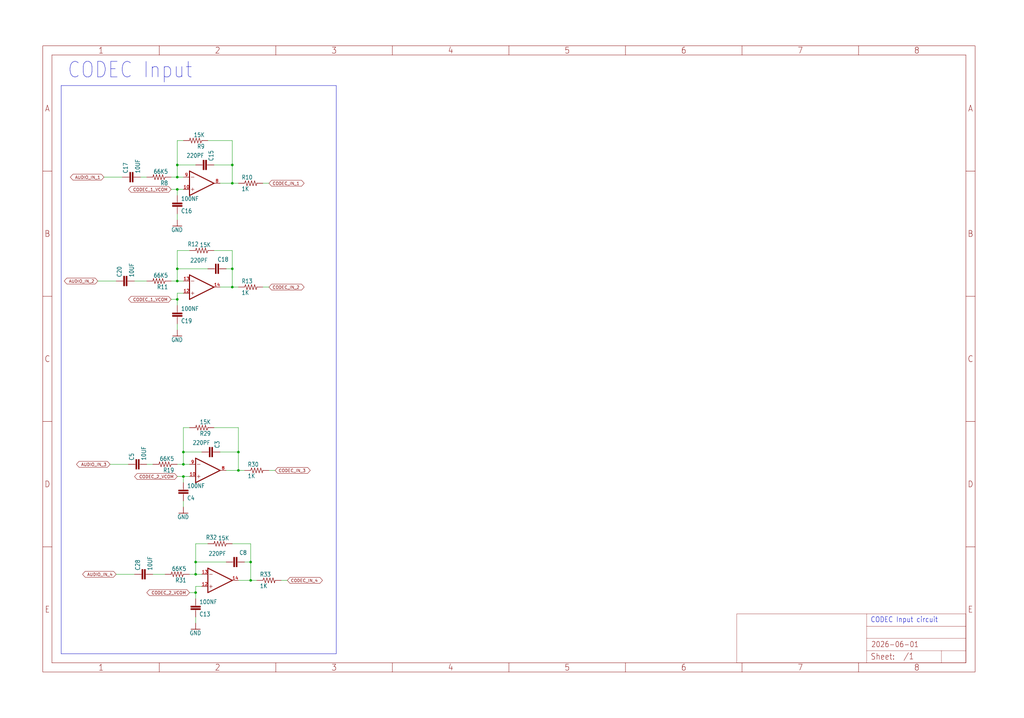
<source format=kicad_sch>
(kicad_sch (version 20230121) (generator eeschema)
  (paper "User" 425.45 298.602)
  (lib_symbols
    (symbol "ES_Daisy_Seed2_DFM_EVAL_EURO_Rev2-eagle-import:A3L-LOC"
      (symbol "A3L-LOC_1_0"
        (polyline (pts (xy 0 52.07) (xy 3.81 52.07)))
        (polyline (pts (xy 0 104.14) (xy 3.81 104.14)))
        (polyline (pts (xy 0 156.21) (xy 3.81 156.21)))
        (polyline (pts (xy 0 208.28) (xy 3.81 208.28)))
        (polyline (pts (xy 3.81 3.81) (xy 3.81 256.54)))
        (polyline (pts (xy 48.4188 0) (xy 48.4188 3.81)))
        (polyline (pts (xy 48.4188 256.54) (xy 48.4188 260.35)))
        (polyline (pts (xy 96.8375 0) (xy 96.8375 3.81)))
        (polyline (pts (xy 96.8375 256.54) (xy 96.8375 260.35)))
        (polyline (pts (xy 145.2563 0) (xy 145.2563 3.81)))
        (polyline (pts (xy 145.2563 256.54) (xy 145.2563 260.35)))
        (polyline (pts (xy 193.675 0) (xy 193.675 3.81)))
        (polyline (pts (xy 193.675 256.54) (xy 193.675 260.35)))
        (polyline (pts (xy 242.0938 0) (xy 242.0938 3.81)))
        (polyline (pts (xy 242.0938 256.54) (xy 242.0938 260.35)))
        (polyline (pts (xy 288.29 3.81) (xy 288.29 24.13)) (stroke (width 0.1016)))
        (polyline (pts (xy 288.29 3.81) (xy 342.265 3.81)) (stroke (width 0.1016)))
        (polyline (pts (xy 288.29 24.13) (xy 342.265 24.13)) (stroke (width 0.1016)))
        (polyline (pts (xy 290.5125 0) (xy 290.5125 3.81)))
        (polyline (pts (xy 290.5125 256.54) (xy 290.5125 260.35)))
        (polyline (pts (xy 338.9313 0) (xy 338.9313 3.81)))
        (polyline (pts (xy 338.9313 256.54) (xy 338.9313 260.35)))
        (polyline (pts (xy 342.265 3.81) (xy 373.38 3.81)) (stroke (width 0.1016)))
        (polyline (pts (xy 342.265 8.89) (xy 342.265 3.81)) (stroke (width 0.1016)))
        (polyline (pts (xy 342.265 8.89) (xy 342.265 13.97)) (stroke (width 0.1016)))
        (polyline (pts (xy 342.265 13.97) (xy 342.265 19.05)) (stroke (width 0.1016)))
        (polyline (pts (xy 342.265 13.97) (xy 383.54 13.97)) (stroke (width 0.1016)))
        (polyline (pts (xy 342.265 19.05) (xy 342.265 24.13)) (stroke (width 0.1016)))
        (polyline (pts (xy 342.265 19.05) (xy 383.54 19.05)) (stroke (width 0.1016)))
        (polyline (pts (xy 342.265 24.13) (xy 383.54 24.13)) (stroke (width 0.1016)))
        (polyline (pts (xy 373.38 3.81) (xy 373.38 8.89)) (stroke (width 0.1016)))
        (polyline (pts (xy 373.38 3.81) (xy 383.54 3.81)) (stroke (width 0.1016)))
        (polyline (pts (xy 373.38 8.89) (xy 342.265 8.89)) (stroke (width 0.1016)))
        (polyline (pts (xy 373.38 8.89) (xy 383.54 8.89)) (stroke (width 0.1016)))
        (polyline (pts (xy 383.54 3.81) (xy 3.81 3.81)))
        (polyline (pts (xy 383.54 3.81) (xy 383.54 8.89)) (stroke (width 0.1016)))
        (polyline (pts (xy 383.54 3.81) (xy 383.54 256.54)))
        (polyline (pts (xy 383.54 8.89) (xy 383.54 13.97)) (stroke (width 0.1016)))
        (polyline (pts (xy 383.54 13.97) (xy 383.54 19.05)) (stroke (width 0.1016)))
        (polyline (pts (xy 383.54 19.05) (xy 383.54 24.13)) (stroke (width 0.1016)))
        (polyline (pts (xy 383.54 52.07) (xy 387.35 52.07)))
        (polyline (pts (xy 383.54 104.14) (xy 387.35 104.14)))
        (polyline (pts (xy 383.54 156.21) (xy 387.35 156.21)))
        (polyline (pts (xy 383.54 208.28) (xy 387.35 208.28)))
        (polyline (pts (xy 383.54 256.54) (xy 3.81 256.54)))
        (polyline (pts (xy 0 0) (xy 387.35 0) (xy 387.35 260.35) (xy 0 260.35) (xy 0 0)))
        (text "${#}/${##}" (at 357.505 5.08 0) (effects (font (size 2.54 2.159)) (justify left bottom)))
        (text "${CURRENT_DATE}" (at 344.17 10.16 0) (effects (font (size 2.286 1.9431)) (justify left bottom)))
        (text "${PROJECTNAME}" (at 344.17 15.24 0) (effects (font (size 2.54 2.159)) (justify left bottom)))
        (text "1" (at 24.2094 1.905 0) (effects (font (size 2.54 2.286))))
        (text "1" (at 24.2094 258.445 0) (effects (font (size 2.54 2.286))))
        (text "2" (at 72.6281 1.905 0) (effects (font (size 2.54 2.286))))
        (text "2" (at 72.6281 258.445 0) (effects (font (size 2.54 2.286))))
        (text "3" (at 121.0469 1.905 0) (effects (font (size 2.54 2.286))))
        (text "3" (at 121.0469 258.445 0) (effects (font (size 2.54 2.286))))
        (text "4" (at 169.4656 1.905 0) (effects (font (size 2.54 2.286))))
        (text "4" (at 169.4656 258.445 0) (effects (font (size 2.54 2.286))))
        (text "5" (at 217.8844 1.905 0) (effects (font (size 2.54 2.286))))
        (text "5" (at 217.8844 258.445 0) (effects (font (size 2.54 2.286))))
        (text "6" (at 266.3031 1.905 0) (effects (font (size 2.54 2.286))))
        (text "6" (at 266.3031 258.445 0) (effects (font (size 2.54 2.286))))
        (text "7" (at 314.7219 1.905 0) (effects (font (size 2.54 2.286))))
        (text "7" (at 314.7219 258.445 0) (effects (font (size 2.54 2.286))))
        (text "8" (at 363.1406 1.905 0) (effects (font (size 2.54 2.286))))
        (text "8" (at 363.1406 258.445 0) (effects (font (size 2.54 2.286))))
        (text "A" (at 1.905 234.315 0) (effects (font (size 2.54 2.286))))
        (text "A" (at 385.445 234.315 0) (effects (font (size 2.54 2.286))))
        (text "B" (at 1.905 182.245 0) (effects (font (size 2.54 2.286))))
        (text "B" (at 385.445 182.245 0) (effects (font (size 2.54 2.286))))
        (text "C" (at 1.905 130.175 0) (effects (font (size 2.54 2.286))))
        (text "C" (at 385.445 130.175 0) (effects (font (size 2.54 2.286))))
        (text "D" (at 1.905 78.105 0) (effects (font (size 2.54 2.286))))
        (text "D" (at 385.445 78.105 0) (effects (font (size 2.54 2.286))))
        (text "E" (at 1.905 26.035 0) (effects (font (size 2.54 2.286))))
        (text "E" (at 385.445 26.035 0) (effects (font (size 2.54 2.286))))
        (text "Sheet:" (at 343.916 4.953 0) (effects (font (size 2.54 2.159)) (justify left bottom)))
      )
    )
    (symbol "ES_Daisy_Seed2_DFM_EVAL_EURO_Rev2-eagle-import:Electrosmith-Passives_C-EUC0402"
      (property "Reference" "C" (at 1.524 0.381 0))
      (symbol "Electrosmith-Passives_C-EUC0402_1_0"
        (rectangle (start -2.032 -2.032) (end 2.032 -1.524) (fill (type outline)))
        (rectangle (start -2.032 -1.016) (end 2.032 -0.508) (fill (type outline)))
        (polyline (pts (xy 0 -2.54) (xy 0 -2.032)) (stroke (width 0.1524)))
        (polyline (pts (xy 0 0) (xy 0 -0.508)) (stroke (width 0.1524)))
        (pin passive line (at 0 2.54 270) (length 2.54) (name "1") (number "1"))
        (pin passive line (at 0 -5.08 90) (length 2.54) (name "2") (number "2"))
      )
    )
    (symbol "ES_Daisy_Seed2_DFM_EVAL_EURO_Rev2-eagle-import:Electrosmith-Passives_C-EUC0603"
      (property "Reference" "C" (at 1.524 0.381 0))
      (symbol "Electrosmith-Passives_C-EUC0603_1_0"
        (rectangle (start -2.032 -2.032) (end 2.032 -1.524) (fill (type outline)))
        (rectangle (start -2.032 -1.016) (end 2.032 -0.508) (fill (type outline)))
        (polyline (pts (xy 0 -2.54) (xy 0 -2.032)) (stroke (width 0.1524)))
        (polyline (pts (xy 0 0) (xy 0 -0.508)) (stroke (width 0.1524)))
        (pin passive line (at 0 2.54 270) (length 2.54) (name "1") (number "1"))
        (pin passive line (at 0 -5.08 90) (length 2.54) (name "2") (number "2"))
      )
    )
    (symbol "ES_Daisy_Seed2_DFM_EVAL_EURO_Rev2-eagle-import:Electrosmith-Passives_C-EUC0805"
      (property "Reference" "C" (at 1.524 0.381 0))
      (symbol "Electrosmith-Passives_C-EUC0805_1_0"
        (rectangle (start -2.032 -2.032) (end 2.032 -1.524) (fill (type outline)))
        (rectangle (start -2.032 -1.016) (end 2.032 -0.508) (fill (type outline)))
        (polyline (pts (xy 0 -2.54) (xy 0 -2.032)) (stroke (width 0.1524)))
        (polyline (pts (xy 0 0) (xy 0 -0.508)) (stroke (width 0.1524)))
        (pin passive line (at 0 2.54 270) (length 2.54) (name "1") (number "1"))
        (pin passive line (at 0 -5.08 90) (length 2.54) (name "2") (number "2"))
      )
    )
    (symbol "ES_Daisy_Seed2_DFM_EVAL_EURO_Rev2-eagle-import:GND" (power)
      (property "Value" "GND" (at -2.54 -2.54 0))
      (symbol "GND_1_0"
        (polyline (pts (xy -1.905 0) (xy 1.905 0)) (stroke (width 0.254)))
        (pin power_in line (at 0 2.54 270) (length 2.54) (name "GND") (number "1"))
      )
    )
    (symbol "ES_Daisy_Seed2_DFM_EVAL_EURO_Rev2-eagle-import:R-US_R0402"
      (property "Reference" "R" (at -3.81 1.4986 0))
      (symbol "R-US_R0402_1_0"
        (polyline (pts (xy -2.54 0) (xy -2.159 1.016)) (stroke (width 0.2032)))
        (polyline (pts (xy -2.159 1.016) (xy -1.524 -1.016)) (stroke (width 0.2032)))
        (polyline (pts (xy -1.524 -1.016) (xy -0.889 1.016)) (stroke (width 0.2032)))
        (polyline (pts (xy -0.889 1.016) (xy -0.254 -1.016)) (stroke (width 0.2032)))
        (polyline (pts (xy -0.254 -1.016) (xy 0.381 1.016)) (stroke (width 0.2032)))
        (polyline (pts (xy 0.381 1.016) (xy 1.016 -1.016)) (stroke (width 0.2032)))
        (polyline (pts (xy 1.016 -1.016) (xy 1.651 1.016)) (stroke (width 0.2032)))
        (polyline (pts (xy 1.651 1.016) (xy 2.286 -1.016)) (stroke (width 0.2032)))
        (polyline (pts (xy 2.286 -1.016) (xy 2.54 0)) (stroke (width 0.2032)))
        (pin passive line (at -5.08 0 0) (length 2.54) (name "1") (number "1"))
        (pin passive line (at 5.08 0 180) (length 2.54) (name "2") (number "2"))
      )
    )
    (symbol "ES_Daisy_Seed2_DFM_EVAL_EURO_Rev2-eagle-import:R-US_R0603"
      (property "Reference" "R" (at -3.81 1.4986 0))
      (symbol "R-US_R0603_1_0"
        (polyline (pts (xy -2.54 0) (xy -2.159 1.016)) (stroke (width 0.2032)))
        (polyline (pts (xy -2.159 1.016) (xy -1.524 -1.016)) (stroke (width 0.2032)))
        (polyline (pts (xy -1.524 -1.016) (xy -0.889 1.016)) (stroke (width 0.2032)))
        (polyline (pts (xy -0.889 1.016) (xy -0.254 -1.016)) (stroke (width 0.2032)))
        (polyline (pts (xy -0.254 -1.016) (xy 0.381 1.016)) (stroke (width 0.2032)))
        (polyline (pts (xy 0.381 1.016) (xy 1.016 -1.016)) (stroke (width 0.2032)))
        (polyline (pts (xy 1.016 -1.016) (xy 1.651 1.016)) (stroke (width 0.2032)))
        (polyline (pts (xy 1.651 1.016) (xy 2.286 -1.016)) (stroke (width 0.2032)))
        (polyline (pts (xy 2.286 -1.016) (xy 2.54 0)) (stroke (width 0.2032)))
        (pin passive line (at -5.08 0 0) (length 2.54) (name "1") (number "1"))
        (pin passive line (at 5.08 0 180) (length 2.54) (name "2") (number "2"))
      )
    )
    (symbol "ES_Daisy_Seed2_DFM_EVAL_EURO_Rev2-eagle-import:TL074_TSSOP-14"
      (symbol "TL074_TSSOP-14_1_0"
        (polyline (pts (xy -5.08 -5.08) (xy 5.08 0)) (stroke (width 0.4064)))
        (polyline (pts (xy -5.08 5.08) (xy -5.08 -5.08)) (stroke (width 0.4064)))
        (polyline (pts (xy -4.445 -2.54) (xy -3.175 -2.54)) (stroke (width 0.1524)))
        (polyline (pts (xy -4.445 2.54) (xy -3.175 2.54)) (stroke (width 0.1524)))
        (polyline (pts (xy -3.81 3.175) (xy -3.81 1.905)) (stroke (width 0.1524)))
        (polyline (pts (xy 5.08 0) (xy -5.08 5.08)) (stroke (width 0.4064)))
        (pin output line (at 7.62 0 180) (length 2.54) (name "OUT") (number "1"))
        (pin input line (at -7.62 -2.54 0) (length 2.54) (name "-IN") (number "2"))
        (pin input line (at -7.62 2.54 0) (length 2.54) (name "+IN") (number "3"))
      )
      (symbol "TL074_TSSOP-14_2_0"
        (polyline (pts (xy -5.08 -5.08) (xy 5.08 0)) (stroke (width 0.4064)))
        (polyline (pts (xy -5.08 5.08) (xy -5.08 -5.08)) (stroke (width 0.4064)))
        (polyline (pts (xy -4.445 -2.54) (xy -3.175 -2.54)) (stroke (width 0.1524)))
        (polyline (pts (xy -4.445 2.54) (xy -3.175 2.54)) (stroke (width 0.1524)))
        (polyline (pts (xy -3.81 3.175) (xy -3.81 1.905)) (stroke (width 0.1524)))
        (polyline (pts (xy 5.08 0) (xy -5.08 5.08)) (stroke (width 0.4064)))
        (pin input line (at -7.62 2.54 0) (length 2.54) (name "+IN") (number "5"))
        (pin input line (at -7.62 -2.54 0) (length 2.54) (name "-IN") (number "6"))
        (pin output line (at 7.62 0 180) (length 2.54) (name "OUT") (number "7"))
      )
      (symbol "TL074_TSSOP-14_3_0"
        (polyline (pts (xy -5.08 -5.08) (xy 5.08 0)) (stroke (width 0.4064)))
        (polyline (pts (xy -5.08 5.08) (xy -5.08 -5.08)) (stroke (width 0.4064)))
        (polyline (pts (xy -4.445 -2.54) (xy -3.175 -2.54)) (stroke (width 0.1524)))
        (polyline (pts (xy -4.445 2.54) (xy -3.175 2.54)) (stroke (width 0.1524)))
        (polyline (pts (xy -3.81 3.175) (xy -3.81 1.905)) (stroke (width 0.1524)))
        (polyline (pts (xy 5.08 0) (xy -5.08 5.08)) (stroke (width 0.4064)))
        (pin input line (at -7.62 2.54 0) (length 2.54) (name "+IN") (number "10"))
        (pin output line (at 7.62 0 180) (length 2.54) (name "OUT") (number "8"))
        (pin input line (at -7.62 -2.54 0) (length 2.54) (name "-IN") (number "9"))
      )
      (symbol "TL074_TSSOP-14_4_0"
        (polyline (pts (xy -5.08 -5.08) (xy 5.08 0)) (stroke (width 0.4064)))
        (polyline (pts (xy -5.08 5.08) (xy -5.08 -5.08)) (stroke (width 0.4064)))
        (polyline (pts (xy -4.445 -2.54) (xy -3.175 -2.54)) (stroke (width 0.1524)))
        (polyline (pts (xy -4.445 2.54) (xy -3.175 2.54)) (stroke (width 0.1524)))
        (polyline (pts (xy -3.81 3.175) (xy -3.81 1.905)) (stroke (width 0.1524)))
        (polyline (pts (xy 5.08 0) (xy -5.08 5.08)) (stroke (width 0.4064)))
        (pin input line (at -7.62 2.54 0) (length 2.54) (name "+IN") (number "12"))
        (pin input line (at -7.62 -2.54 0) (length 2.54) (name "-IN") (number "13"))
        (pin output line (at 7.62 0 180) (length 2.54) (name "OUT") (number "14"))
      )
      (symbol "TL074_TSSOP-14_5_0"
        (text "V+" (at 1.27 3.175 900) (effects (font (size 0.8128 0.6908)) (justify left bottom)))
        (text "V-" (at 1.27 -4.445 900) (effects (font (size 0.8128 0.6908)) (justify left bottom)))
        (pin power_in line (at 0 -7.62 90) (length 5.08) (name "V-") (number "11"))
        (pin power_in line (at 0 7.62 270) (length 5.08) (name "V+") (number "4"))
      )
    )
  )
  (junction (at 104.14 241.3))
  (junction (at 81.28 238.76))
  (junction (at 76.2 187.96))
  (junction (at 76.2 198.12))
  (junction (at 73.66 111.76))
  (junction (at 81.28 233.68))
  (junction (at 73.66 78.74))
  (junction (at 96.52 111.76))
  (junction (at 73.66 73.66))
  (junction (at 81.28 246.38))
  (junction (at 96.52 68.58))
  (junction (at 99.06 195.58))
  (junction (at 73.66 116.84))
  (junction (at 99.06 187.96))
  (junction (at 104.14 233.68))
  (junction (at 96.52 76.2))
  (junction (at 73.66 68.58))
  (junction (at 73.66 124.46))
  (junction (at 76.2 193.04))
  (junction (at 96.52 119.38))
  (wire (pts (xy 73.66 121.92) (xy 73.66 124.46)) (stroke (width 0.1524)))
  (wire (pts (xy 73.66 78.74) (xy 73.66 81.28)) (stroke (width 0.1524)))
  (wire (pts (xy 76.2 58.42) (xy 73.66 58.42)) (stroke (width 0.1524)))
  (wire (pts (xy 104.14 241.3) (xy 106.68 241.3)) (stroke (width 0.1524)))
  (wire (pts (xy 99.06 241.3) (xy 104.14 241.3)) (stroke (width 0.1524)))
  (wire (pts (xy 81.28 246.38) (xy 78.74 246.38)) (stroke (width 0.1524)))
  (wire (pts (xy 60.96 116.84) (xy 55.88 116.84)) (stroke (width 0.1524)))
  (wire (pts (xy 93.98 233.68) (xy 81.28 233.68)) (stroke (width 0.1524)))
  (wire (pts (xy 73.66 88.9) (xy 73.66 91.44)) (stroke (width 0.1524)))
  (wire (pts (xy 96.52 104.14) (xy 88.9 104.14)) (stroke (width 0.1524)))
  (wire (pts (xy 76.2 198.12) (xy 73.66 198.12)) (stroke (width 0.1524)))
  (wire (pts (xy 73.66 104.14) (xy 73.66 111.76)) (stroke (width 0.1524)))
  (wire (pts (xy 81.28 226.06) (xy 81.28 233.68)) (stroke (width 0.1524)))
  (wire (pts (xy 55.88 238.76) (xy 48.26 238.76)) (stroke (width 0.1524)))
  (wire (pts (xy 93.98 195.58) (xy 99.06 195.58)) (stroke (width 0.1524)))
  (wire (pts (xy 91.44 119.38) (xy 96.52 119.38)) (stroke (width 0.1524)))
  (wire (pts (xy 78.74 198.12) (xy 76.2 198.12)) (stroke (width 0.1524)))
  (wire (pts (xy 60.96 193.04) (xy 63.5 193.04)) (stroke (width 0.1524)))
  (wire (pts (xy 73.66 58.42) (xy 73.66 68.58)) (stroke (width 0.1524)))
  (wire (pts (xy 73.66 124.46) (xy 71.12 124.46)) (stroke (width 0.1524)))
  (wire (pts (xy 81.28 68.58) (xy 73.66 68.58)) (stroke (width 0.1524)))
  (wire (pts (xy 99.06 195.58) (xy 101.6 195.58)) (stroke (width 0.1524)))
  (wire (pts (xy 101.6 233.68) (xy 104.14 233.68)) (stroke (width 0.1524)))
  (wire (pts (xy 71.12 116.84) (xy 73.66 116.84)) (stroke (width 0.1524)))
  (wire (pts (xy 104.14 233.68) (xy 104.14 226.06)) (stroke (width 0.1524)))
  (polyline (pts (xy 25.4 35.56) (xy 25.4 271.78)) (stroke (width 0.1524) (type solid)))
  (wire (pts (xy 68.58 238.76) (xy 63.5 238.76)) (stroke (width 0.1524)))
  (wire (pts (xy 81.28 256.54) (xy 81.28 259.08)) (stroke (width 0.1524)))
  (wire (pts (xy 73.66 78.74) (xy 71.12 78.74)) (stroke (width 0.1524)))
  (wire (pts (xy 83.82 187.96) (xy 76.2 187.96)) (stroke (width 0.1524)))
  (wire (pts (xy 53.34 193.04) (xy 45.72 193.04)) (stroke (width 0.1524)))
  (polyline (pts (xy 25.4 271.78) (xy 139.7 271.78)) (stroke (width 0.1524) (type solid)))
  (wire (pts (xy 96.52 119.38) (xy 99.06 119.38)) (stroke (width 0.1524)))
  (wire (pts (xy 99.06 177.8) (xy 88.9 177.8)) (stroke (width 0.1524)))
  (wire (pts (xy 78.74 104.14) (xy 73.66 104.14)) (stroke (width 0.1524)))
  (wire (pts (xy 96.52 68.58) (xy 96.52 76.2)) (stroke (width 0.1524)))
  (wire (pts (xy 78.74 177.8) (xy 76.2 177.8)) (stroke (width 0.1524)))
  (wire (pts (xy 109.22 119.38) (xy 111.76 119.38)) (stroke (width 0.1524)))
  (wire (pts (xy 96.52 111.76) (xy 96.52 119.38)) (stroke (width 0.1524)))
  (wire (pts (xy 76.2 198.12) (xy 76.2 200.66)) (stroke (width 0.1524)))
  (wire (pts (xy 73.66 73.66) (xy 76.2 73.66)) (stroke (width 0.1524)))
  (wire (pts (xy 48.26 116.84) (xy 40.64 116.84)) (stroke (width 0.1524)))
  (wire (pts (xy 73.66 193.04) (xy 76.2 193.04)) (stroke (width 0.1524)))
  (wire (pts (xy 73.66 124.46) (xy 73.66 127)) (stroke (width 0.1524)))
  (wire (pts (xy 76.2 187.96) (xy 76.2 193.04)) (stroke (width 0.1524)))
  (wire (pts (xy 96.52 68.58) (xy 96.52 58.42)) (stroke (width 0.1524)))
  (wire (pts (xy 81.28 243.84) (xy 81.28 246.38)) (stroke (width 0.1524)))
  (wire (pts (xy 78.74 238.76) (xy 81.28 238.76)) (stroke (width 0.1524)))
  (wire (pts (xy 104.14 233.68) (xy 104.14 241.3)) (stroke (width 0.1524)))
  (wire (pts (xy 76.2 78.74) (xy 73.66 78.74)) (stroke (width 0.1524)))
  (wire (pts (xy 76.2 121.92) (xy 73.66 121.92)) (stroke (width 0.1524)))
  (wire (pts (xy 86.36 111.76) (xy 73.66 111.76)) (stroke (width 0.1524)))
  (wire (pts (xy 76.2 177.8) (xy 76.2 187.96)) (stroke (width 0.1524)))
  (wire (pts (xy 86.36 226.06) (xy 81.28 226.06)) (stroke (width 0.1524)))
  (wire (pts (xy 76.2 208.28) (xy 76.2 210.82)) (stroke (width 0.1524)))
  (wire (pts (xy 91.44 76.2) (xy 96.52 76.2)) (stroke (width 0.1524)))
  (wire (pts (xy 50.8 73.66) (xy 43.18 73.66)) (stroke (width 0.1524)))
  (wire (pts (xy 111.76 195.58) (xy 114.3 195.58)) (stroke (width 0.1524)))
  (wire (pts (xy 96.52 58.42) (xy 86.36 58.42)) (stroke (width 0.1524)))
  (wire (pts (xy 71.12 73.66) (xy 73.66 73.66)) (stroke (width 0.1524)))
  (wire (pts (xy 91.44 187.96) (xy 99.06 187.96)) (stroke (width 0.1524)))
  (wire (pts (xy 76.2 193.04) (xy 78.74 193.04)) (stroke (width 0.1524)))
  (wire (pts (xy 73.66 111.76) (xy 73.66 116.84)) (stroke (width 0.1524)))
  (wire (pts (xy 96.52 76.2) (xy 99.06 76.2)) (stroke (width 0.1524)))
  (wire (pts (xy 58.42 73.66) (xy 60.96 73.66)) (stroke (width 0.1524)))
  (wire (pts (xy 81.28 238.76) (xy 83.82 238.76)) (stroke (width 0.1524)))
  (wire (pts (xy 83.82 243.84) (xy 81.28 243.84)) (stroke (width 0.1524)))
  (polyline (pts (xy 139.7 35.56) (xy 25.4 35.56)) (stroke (width 0.1524) (type solid)))
  (wire (pts (xy 73.66 116.84) (xy 76.2 116.84)) (stroke (width 0.1524)))
  (wire (pts (xy 99.06 187.96) (xy 99.06 177.8)) (stroke (width 0.1524)))
  (wire (pts (xy 93.98 111.76) (xy 96.52 111.76)) (stroke (width 0.1524)))
  (polyline (pts (xy 139.7 271.78) (xy 139.7 35.56)) (stroke (width 0.1524) (type solid)))
  (wire (pts (xy 81.28 233.68) (xy 81.28 238.76)) (stroke (width 0.1524)))
  (wire (pts (xy 116.84 241.3) (xy 119.38 241.3)) (stroke (width 0.1524)))
  (wire (pts (xy 104.14 226.06) (xy 96.52 226.06)) (stroke (width 0.1524)))
  (wire (pts (xy 81.28 246.38) (xy 81.28 248.92)) (stroke (width 0.1524)))
  (wire (pts (xy 88.9 68.58) (xy 96.52 68.58)) (stroke (width 0.1524)))
  (wire (pts (xy 109.22 76.2) (xy 111.76 76.2)) (stroke (width 0.1524)))
  (wire (pts (xy 73.66 68.58) (xy 73.66 73.66)) (stroke (width 0.1524)))
  (wire (pts (xy 96.52 111.76) (xy 96.52 104.14)) (stroke (width 0.1524)))
  (wire (pts (xy 99.06 187.96) (xy 99.06 195.58)) (stroke (width 0.1524)))
  (wire (pts (xy 73.66 134.62) (xy 73.66 137.16)) (stroke (width 0.1524)))
  (text "CODEC Input" (at 27.94 33.02 0) (effects (font (size 6.4516 5.4838)) (justify left bottom)))
  (text "CODEC Input circuit" (at 361.696 259.08 0) (effects (font (size 2.1844 1.8567)) (justify left bottom)))
  (global_label "CODEC_IN_1" (shape bidirectional) (at 111.76 76.2 0) (effects (font (size 1.2446 1.2446))) (property "Intersheetrefs" "${INTERSHEET_REFS}" (effects hide)))
  (global_label "CODEC_IN_4" (shape bidirectional) (at 119.38 241.3 0) (effects (font (size 1.2446 1.2446))) (property "Intersheetrefs" "${INTERSHEET_REFS}" (effects hide)))
  (global_label "CODEC_1_VCOM" (shape bidirectional) (at 71.12 78.74 180) (effects (font (size 1.2446 1.2446))) (property "Intersheetrefs" "${INTERSHEET_REFS}" (effects hide)))
  (global_label "CODEC_2_VCOM" (shape bidirectional) (at 73.66 198.12 180) (effects (font (size 1.2446 1.2446))) (property "Intersheetrefs" "${INTERSHEET_REFS}" (effects hide)))
  (global_label "AUDIO_IN_2" (shape bidirectional) (at 40.64 116.84 180) (effects (font (size 1.2446 1.2446))) (property "Intersheetrefs" "${INTERSHEET_REFS}" (effects hide)))
  (global_label "CODEC_IN_3" (shape bidirectional) (at 114.3 195.58 0) (effects (font (size 1.2446 1.2446))) (property "Intersheetrefs" "${INTERSHEET_REFS}" (effects hide)))
  (global_label "CODEC_1_VCOM" (shape bidirectional) (at 71.12 124.46 180) (effects (font (size 1.2446 1.2446))) (property "Intersheetrefs" "${INTERSHEET_REFS}" (effects hide)))
  (global_label "AUDIO_IN_3" (shape bidirectional) (at 45.72 193.04 180) (effects (font (size 1.2446 1.2446))) (property "Intersheetrefs" "${INTERSHEET_REFS}" (effects hide)))
  (global_label "CODEC_2_VCOM" (shape bidirectional) (at 78.74 246.38 180) (effects (font (size 1.2446 1.2446))) (property "Intersheetrefs" "${INTERSHEET_REFS}" (effects hide)))
  (global_label "AUDIO_IN_4" (shape bidirectional) (at 48.26 238.76 180) (effects (font (size 1.2446 1.2446))) (property "Intersheetrefs" "${INTERSHEET_REFS}" (effects hide)))
  (global_label "AUDIO_IN_1" (shape bidirectional) (at 43.18 73.66 180) (effects (font (size 1.2446 1.2446))) (property "Intersheetrefs" "${INTERSHEET_REFS}" (effects hide)))
  (global_label "CODEC_IN_2" (shape bidirectional) (at 111.76 119.38 0) (effects (font (size 1.2446 1.2446))) (property "Intersheetrefs" "${INTERSHEET_REFS}" (effects hide)))
  (symbol (lib_id "ES_Daisy_Seed2_DFM_EVAL_EURO_Rev2-eagle-import:Electrosmith-Passives_C-EUC0805") (at 55.88 193.04 90) (mirror x) (unit 1)
    (property "Reference" "C5" (at 53.721 191.516 0) (effects (font (size 1.778 1.5113)) (justify right top)))
    (property "Value" "10UF" (at 58.801 191.516 0) (effects (font (size 1.778 1.5113)) (justify right top)))
    (property "Footprint" "ES_Daisy_Seed2_DFM_EVAL_EURO_Rev2:C0805" (effects hide))
  )
  (symbol (lib_id "ES_Daisy_Seed2_DFM_EVAL_EURO_Rev2-eagle-import:A3L-LOC") (at 17.78 279.4 0) (unit 1)
    (property "Reference" "#FRAME5" (effects hide))
    (property "Value" "A3L-LOC" (effects hide))
  )
  (symbol (lib_id "ES_Daisy_Seed2_DFM_EVAL_EURO_Rev2-eagle-import:R-US_R0402") (at 104.14 76.2 0) (unit 1)
    (property "Reference" "R10" (at 100.33 74.7014 0) (effects (font (size 1.778 1.5113)) (justify left bottom)))
    (property "Value" "1K" (at 100.33 79.502 0) (effects (font (size 1.778 1.5113)) (justify left bottom)))
    (property "Footprint" "ES_Daisy_Seed2_DFM_EVAL_EURO_Rev2:R0402" (effects hide))
  )
  (symbol (lib_id "ES_Daisy_Seed2_DFM_EVAL_EURO_Rev2-eagle-import:Electrosmith-Passives_C-EUC0402") (at 73.66 132.08 0) (mirror x) (unit 1)
    (property "Reference" "C19" (at 75.184 132.461 0) (effects (font (size 1.778 1.5113)) (justify left bottom)))
    (property "Value" "100NF" (at 75.184 127.381 0) (effects (font (size 1.778 1.5113)) (justify left bottom)))
    (property "Footprint" "ES_Daisy_Seed2_DFM_EVAL_EURO_Rev2:C0402" (effects hide))
  )
  (symbol (lib_id "ES_Daisy_Seed2_DFM_EVAL_EURO_Rev2-eagle-import:Electrosmith-Passives_C-EUC0402") (at 81.28 254 0) (mirror x) (unit 1)
    (property "Reference" "C13" (at 82.804 254.381 0) (effects (font (size 1.778 1.5113)) (justify left bottom)))
    (property "Value" "100NF" (at 82.804 249.301 0) (effects (font (size 1.778 1.5113)) (justify left bottom)))
    (property "Footprint" "ES_Daisy_Seed2_DFM_EVAL_EURO_Rev2:C0402" (effects hide))
  )
  (symbol (lib_id "ES_Daisy_Seed2_DFM_EVAL_EURO_Rev2-eagle-import:GND") (at 81.28 261.62 0) (unit 1)
    (property "Reference" "#GND16" (effects hide))
    (property "Value" "GND" (at 78.74 264.16 0) (effects (font (size 1.778 1.5113)) (justify left bottom)))
  )
  (symbol (lib_id "ES_Daisy_Seed2_DFM_EVAL_EURO_Rev2-eagle-import:R-US_R0402") (at 111.76 241.3 0) (unit 1)
    (property "Reference" "R33" (at 107.95 239.8014 0) (effects (font (size 1.778 1.5113)) (justify left bottom)))
    (property "Value" "1K" (at 107.95 244.602 0) (effects (font (size 1.778 1.5113)) (justify left bottom)))
    (property "Footprint" "ES_Daisy_Seed2_DFM_EVAL_EURO_Rev2:R0402" (effects hide))
  )
  (symbol (lib_id "ES_Daisy_Seed2_DFM_EVAL_EURO_Rev2-eagle-import:Electrosmith-Passives_C-EUC0402") (at 73.66 86.36 0) (mirror x) (unit 1)
    (property "Reference" "C16" (at 75.184 86.741 0) (effects (font (size 1.778 1.5113)) (justify left bottom)))
    (property "Value" "100NF" (at 75.184 81.661 0) (effects (font (size 1.778 1.5113)) (justify left bottom)))
    (property "Footprint" "ES_Daisy_Seed2_DFM_EVAL_EURO_Rev2:C0402" (effects hide))
  )
  (symbol (lib_id "ES_Daisy_Seed2_DFM_EVAL_EURO_Rev2-eagle-import:R-US_R0603") (at 68.58 193.04 180) (unit 1)
    (property "Reference" "R19" (at 72.39 194.5386 0) (effects (font (size 1.778 1.5113)) (justify left bottom)))
    (property "Value" "66K5" (at 72.39 189.738 0) (effects (font (size 1.778 1.5113)) (justify left bottom)))
    (property "Footprint" "ES_Daisy_Seed2_DFM_EVAL_EURO_Rev2:R0603" (effects hide))
  )
  (symbol (lib_id "ES_Daisy_Seed2_DFM_EVAL_EURO_Rev2-eagle-import:R-US_R0603") (at 66.04 73.66 180) (unit 1)
    (property "Reference" "R8" (at 69.85 75.1586 0) (effects (font (size 1.778 1.5113)) (justify left bottom)))
    (property "Value" "66K5" (at 69.85 70.358 0) (effects (font (size 1.778 1.5113)) (justify left bottom)))
    (property "Footprint" "ES_Daisy_Seed2_DFM_EVAL_EURO_Rev2:R0603" (effects hide))
  )
  (symbol (lib_id "ES_Daisy_Seed2_DFM_EVAL_EURO_Rev2-eagle-import:TL074_TSSOP-14") (at 83.82 119.38 0) (mirror x) (unit 4)
    (property "Reference" "U3" (effects hide))
    (property "Value" "TL074" (effects hide))
    (property "Footprint" "ES_Daisy_Seed2_DFM_EVAL_EURO_Rev2:TSSOP-14" (effects hide))
  )
  (symbol (lib_id "ES_Daisy_Seed2_DFM_EVAL_EURO_Rev2-eagle-import:R-US_R0603") (at 91.44 226.06 180) (unit 1)
    (property "Reference" "R32" (at 90.17 222.4786 0) (effects (font (size 1.778 1.5113)) (justify left bottom)))
    (property "Value" "15K" (at 95.25 222.758 0) (effects (font (size 1.778 1.5113)) (justify left bottom)))
    (property "Footprint" "ES_Daisy_Seed2_DFM_EVAL_EURO_Rev2:R0603" (effects hide))
  )
  (symbol (lib_id "ES_Daisy_Seed2_DFM_EVAL_EURO_Rev2-eagle-import:Electrosmith-Passives_C-EUC0603") (at 88.9 187.96 270) (mirror x) (unit 1)
    (property "Reference" "C3" (at 89.281 186.436 0) (effects (font (size 1.778 1.5113)) (justify left bottom)))
    (property "Value" "220PF" (at 87.376 185.039 90) (effects (font (size 1.778 1.5113)) (justify right top)))
    (property "Footprint" "ES_Daisy_Seed2_DFM_EVAL_EURO_Rev2:C0603" (effects hide))
  )
  (symbol (lib_id "ES_Daisy_Seed2_DFM_EVAL_EURO_Rev2-eagle-import:Electrosmith-Passives_C-EUC0603") (at 99.06 233.68 270) (mirror x) (unit 1)
    (property "Reference" "C8" (at 102.616 230.759 90) (effects (font (size 1.778 1.5113)) (justify right top)))
    (property "Value" "220PF" (at 93.98 231.14 90) (effects (font (size 1.778 1.5113)) (justify right top)))
    (property "Footprint" "ES_Daisy_Seed2_DFM_EVAL_EURO_Rev2:C0603" (effects hide))
  )
  (symbol (lib_id "ES_Daisy_Seed2_DFM_EVAL_EURO_Rev2-eagle-import:R-US_R0402") (at 104.14 119.38 0) (unit 1)
    (property "Reference" "R13" (at 100.33 117.8814 0) (effects (font (size 1.778 1.5113)) (justify left bottom)))
    (property "Value" "1K" (at 100.33 122.682 0) (effects (font (size 1.778 1.5113)) (justify left bottom)))
    (property "Footprint" "ES_Daisy_Seed2_DFM_EVAL_EURO_Rev2:R0402" (effects hide))
  )
  (symbol (lib_id "ES_Daisy_Seed2_DFM_EVAL_EURO_Rev2-eagle-import:Electrosmith-Passives_C-EUC0805") (at 53.34 73.66 90) (mirror x) (unit 1)
    (property "Reference" "C17" (at 51.181 72.136 0) (effects (font (size 1.778 1.5113)) (justify right top)))
    (property "Value" "10UF" (at 56.261 72.136 0) (effects (font (size 1.778 1.5113)) (justify right top)))
    (property "Footprint" "ES_Daisy_Seed2_DFM_EVAL_EURO_Rev2:C0805" (effects hide))
  )
  (symbol (lib_id "ES_Daisy_Seed2_DFM_EVAL_EURO_Rev2-eagle-import:Electrosmith-Passives_C-EUC0603") (at 86.36 68.58 270) (mirror x) (unit 1)
    (property "Reference" "C15" (at 86.741 67.056 0) (effects (font (size 1.778 1.5113)) (justify left bottom)))
    (property "Value" "220PF" (at 84.836 65.659 90) (effects (font (size 1.778 1.5113)) (justify right top)))
    (property "Footprint" "ES_Daisy_Seed2_DFM_EVAL_EURO_Rev2:C0603" (effects hide))
  )
  (symbol (lib_id "ES_Daisy_Seed2_DFM_EVAL_EURO_Rev2-eagle-import:R-US_R0603") (at 83.82 177.8 180) (unit 1)
    (property "Reference" "R29" (at 87.63 179.2986 0) (effects (font (size 1.778 1.5113)) (justify left bottom)))
    (property "Value" "15K" (at 87.63 174.498 0) (effects (font (size 1.778 1.5113)) (justify left bottom)))
    (property "Footprint" "ES_Daisy_Seed2_DFM_EVAL_EURO_Rev2:R0603" (effects hide))
  )
  (symbol (lib_id "ES_Daisy_Seed2_DFM_EVAL_EURO_Rev2-eagle-import:R-US_R0603") (at 83.82 104.14 180) (unit 1)
    (property "Reference" "R12" (at 82.55 100.5586 0) (effects (font (size 1.778 1.5113)) (justify left bottom)))
    (property "Value" "15K" (at 87.63 100.838 0) (effects (font (size 1.778 1.5113)) (justify left bottom)))
    (property "Footprint" "ES_Daisy_Seed2_DFM_EVAL_EURO_Rev2:R0603" (effects hide))
  )
  (symbol (lib_id "ES_Daisy_Seed2_DFM_EVAL_EURO_Rev2-eagle-import:Electrosmith-Passives_C-EUC0402") (at 76.2 205.74 0) (mirror x) (unit 1)
    (property "Reference" "C4" (at 77.724 206.121 0) (effects (font (size 1.778 1.5113)) (justify left bottom)))
    (property "Value" "100NF" (at 77.724 201.041 0) (effects (font (size 1.778 1.5113)) (justify left bottom)))
    (property "Footprint" "ES_Daisy_Seed2_DFM_EVAL_EURO_Rev2:C0402" (effects hide))
  )
  (symbol (lib_id "ES_Daisy_Seed2_DFM_EVAL_EURO_Rev2-eagle-import:TL074_TSSOP-14") (at 86.36 195.58 0) (mirror x) (unit 3)
    (property "Reference" "U1" (effects hide))
    (property "Value" "TL074" (effects hide))
    (property "Footprint" "ES_Daisy_Seed2_DFM_EVAL_EURO_Rev2:TSSOP-14" (effects hide))
  )
  (symbol (lib_id "ES_Daisy_Seed2_DFM_EVAL_EURO_Rev2-eagle-import:R-US_R0603") (at 66.04 116.84 180) (unit 1)
    (property "Reference" "R11" (at 69.85 118.3386 0) (effects (font (size 1.778 1.5113)) (justify left bottom)))
    (property "Value" "66K5" (at 69.85 113.538 0) (effects (font (size 1.778 1.5113)) (justify left bottom)))
    (property "Footprint" "ES_Daisy_Seed2_DFM_EVAL_EURO_Rev2:R0603" (effects hide))
  )
  (symbol (lib_id "ES_Daisy_Seed2_DFM_EVAL_EURO_Rev2-eagle-import:Electrosmith-Passives_C-EUC0603") (at 91.44 111.76 270) (mirror x) (unit 1)
    (property "Reference" "C18" (at 94.996 108.839 90) (effects (font (size 1.778 1.5113)) (justify right top)))
    (property "Value" "220PF" (at 86.36 109.22 90) (effects (font (size 1.778 1.5113)) (justify right top)))
    (property "Footprint" "ES_Daisy_Seed2_DFM_EVAL_EURO_Rev2:C0603" (effects hide))
  )
  (symbol (lib_id "ES_Daisy_Seed2_DFM_EVAL_EURO_Rev2-eagle-import:GND") (at 76.2 213.36 0) (unit 1)
    (property "Reference" "#GND15" (effects hide))
    (property "Value" "GND" (at 73.66 215.9 0) (effects (font (size 1.778 1.5113)) (justify left bottom)))
  )
  (symbol (lib_id "ES_Daisy_Seed2_DFM_EVAL_EURO_Rev2-eagle-import:R-US_R0603") (at 73.66 238.76 180) (unit 1)
    (property "Reference" "R31" (at 77.47 240.2586 0) (effects (font (size 1.778 1.5113)) (justify left bottom)))
    (property "Value" "66K5" (at 77.47 235.458 0) (effects (font (size 1.778 1.5113)) (justify left bottom)))
    (property "Footprint" "ES_Daisy_Seed2_DFM_EVAL_EURO_Rev2:R0603" (effects hide))
  )
  (symbol (lib_id "ES_Daisy_Seed2_DFM_EVAL_EURO_Rev2-eagle-import:R-US_R0402") (at 106.68 195.58 0) (unit 1)
    (property "Reference" "R30" (at 102.87 194.0814 0) (effects (font (size 1.778 1.5113)) (justify left bottom)))
    (property "Value" "1K" (at 102.87 198.882 0) (effects (font (size 1.778 1.5113)) (justify left bottom)))
    (property "Footprint" "ES_Daisy_Seed2_DFM_EVAL_EURO_Rev2:R0402" (effects hide))
  )
  (symbol (lib_id "ES_Daisy_Seed2_DFM_EVAL_EURO_Rev2-eagle-import:GND") (at 73.66 139.7 0) (unit 1)
    (property "Reference" "#GND9" (effects hide))
    (property "Value" "GND" (at 71.12 142.24 0) (effects (font (size 1.778 1.5113)) (justify left bottom)))
  )
  (symbol (lib_id "ES_Daisy_Seed2_DFM_EVAL_EURO_Rev2-eagle-import:TL074_TSSOP-14") (at 83.82 76.2 0) (mirror x) (unit 3)
    (property "Reference" "U3" (effects hide))
    (property "Value" "TL074" (effects hide))
    (property "Footprint" "ES_Daisy_Seed2_DFM_EVAL_EURO_Rev2:TSSOP-14" (effects hide))
  )
  (symbol (lib_id "ES_Daisy_Seed2_DFM_EVAL_EURO_Rev2-eagle-import:GND") (at 73.66 93.98 0) (unit 1)
    (property "Reference" "#GND8" (effects hide))
    (property "Value" "GND" (at 71.12 96.52 0) (effects (font (size 1.778 1.5113)) (justify left bottom)))
  )
  (symbol (lib_id "ES_Daisy_Seed2_DFM_EVAL_EURO_Rev2-eagle-import:TL074_TSSOP-14") (at 91.44 241.3 0) (mirror x) (unit 4)
    (property "Reference" "U1" (effects hide))
    (property "Value" "TL074" (effects hide))
    (property "Footprint" "ES_Daisy_Seed2_DFM_EVAL_EURO_Rev2:TSSOP-14" (effects hide))
  )
  (symbol (lib_id "ES_Daisy_Seed2_DFM_EVAL_EURO_Rev2-eagle-import:Electrosmith-Passives_C-EUC0805") (at 58.42 238.76 90) (mirror x) (unit 1)
    (property "Reference" "C28" (at 56.261 237.236 0) (effects (font (size 1.778 1.5113)) (justify right top)))
    (property "Value" "10UF" (at 61.341 237.236 0) (effects (font (size 1.778 1.5113)) (justify right top)))
    (property "Footprint" "ES_Daisy_Seed2_DFM_EVAL_EURO_Rev2:C0805" (effects hide))
  )
  (symbol (lib_id "ES_Daisy_Seed2_DFM_EVAL_EURO_Rev2-eagle-import:R-US_R0603") (at 81.28 58.42 180) (unit 1)
    (property "Reference" "R9" (at 85.09 59.9186 0) (effects (font (size 1.778 1.5113)) (justify left bottom)))
    (property "Value" "15K" (at 85.09 55.118 0) (effects (font (size 1.778 1.5113)) (justify left bottom)))
    (property "Footprint" "ES_Daisy_Seed2_DFM_EVAL_EURO_Rev2:R0603" (effects hide))
  )
  (symbol (lib_id "ES_Daisy_Seed2_DFM_EVAL_EURO_Rev2-eagle-import:Electrosmith-Passives_C-EUC0805") (at 50.8 116.84 90) (mirror x) (unit 1)
    (property "Reference" "C20" (at 48.641 115.316 0) (effects (font (size 1.778 1.5113)) (justify right top)))
    (property "Value" "10UF" (at 53.721 115.316 0) (effects (font (size 1.778 1.5113)) (justify right top)))
    (property "Footprint" "ES_Daisy_Seed2_DFM_EVAL_EURO_Rev2:C0805" (effects hide))
  )
)
</source>
